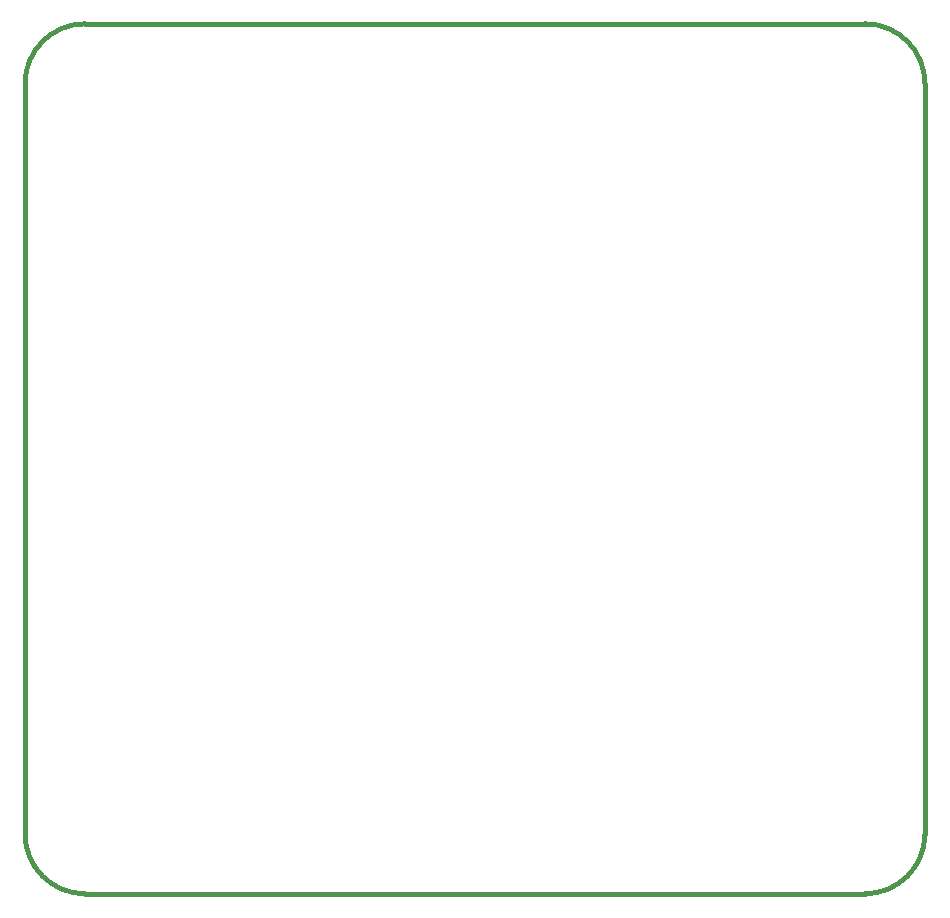
<source format=gm1>
%TF.GenerationSoftware,KiCad,Pcbnew,(5.0.1)-3*%
%TF.CreationDate,2018-11-22T18:04:47+01:00*%
%TF.ProjectId,S80 Serial,5338302053657269616C2E6B69636164,1.0*%
%TF.SameCoordinates,Original*%
%TF.FileFunction,Profile,NP*%
%FSLAX46Y46*%
G04 Gerber Fmt 4.6, Leading zero omitted, Abs format (unit mm)*
G04 Created by KiCad (PCBNEW (5.0.1)-3) date 22/11/2018 18:04:47*
%MOMM*%
%LPD*%
G01*
G04 APERTURE LIST*
%ADD10C,0.400000*%
G04 APERTURE END LIST*
D10*
X132080000Y-24130000D02*
X66040000Y-24130000D01*
X132080000Y-97790000D02*
X66040000Y-97790000D01*
X137160000Y-29210000D02*
X137160000Y-92710000D01*
X60960000Y-29210000D02*
X60960000Y-92710000D01*
X132080000Y-24130000D02*
G75*
G02X137160000Y-29210000I0J-5080000D01*
G01*
X137160000Y-92710000D02*
G75*
G02X132080000Y-97790000I-5080000J0D01*
G01*
X66040000Y-97790000D02*
G75*
G02X60960000Y-92710000I0J5080000D01*
G01*
X60960000Y-29210000D02*
G75*
G02X66040000Y-24130000I5080000J0D01*
G01*
M02*

</source>
